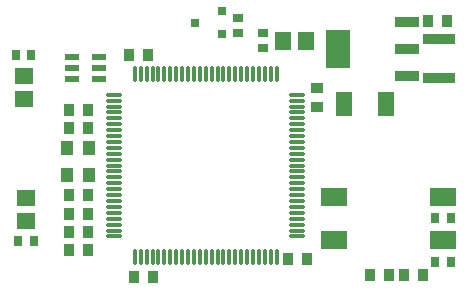
<source format=gtp>
G04*
G04 #@! TF.GenerationSoftware,Altium Limited,Altium Designer,25.1.2 (22)*
G04*
G04 Layer_Color=8421504*
%FSLAX44Y44*%
%MOMM*%
G71*
G04*
G04 #@! TF.SameCoordinates,7ED34E8D-A4F8-468C-8B7F-49A99E5286A2*
G04*
G04*
G04 #@! TF.FilePolarity,Positive*
G04*
G01*
G75*
%ADD16R,2.1500X0.9000*%
%ADD17R,2.1500X3.2500*%
%ADD18R,0.7620X0.7620*%
%ADD19R,0.9000X1.0500*%
%ADD20R,0.8000X0.9500*%
%ADD21R,2.1800X1.6000*%
%ADD22R,2.7062X0.9542*%
%ADD23R,1.4000X2.0000*%
%ADD24R,1.0500X0.9000*%
%ADD25R,0.9500X0.8000*%
%ADD26R,1.4000X1.5000*%
%ADD27O,0.3000X1.4500*%
%ADD28O,1.4500X0.3000*%
%ADD29R,1.2000X0.6000*%
%ADD30R,1.5000X1.4000*%
%ADD31R,1.0500X1.3000*%
D16*
X348501Y183750D02*
D03*
Y206750D02*
D03*
Y229750D02*
D03*
D17*
X290000Y206750D02*
D03*
D18*
X168890Y229275D02*
D03*
X191750Y219750D02*
D03*
Y238800D02*
D03*
D19*
X333000Y16000D02*
D03*
X317000D02*
D03*
X362000D02*
D03*
X346000D02*
D03*
X366250Y230250D02*
D03*
X382250D02*
D03*
X112750Y202250D02*
D03*
X128750D02*
D03*
X247750Y29250D02*
D03*
X263750D02*
D03*
X133500Y14000D02*
D03*
X117500D02*
D03*
X78000Y155500D02*
D03*
X62000D02*
D03*
X62000Y140000D02*
D03*
X78000D02*
D03*
X78000Y67500D02*
D03*
X62000D02*
D03*
X78000Y52000D02*
D03*
X62000D02*
D03*
X78000Y36750D02*
D03*
X62000D02*
D03*
X78000Y83000D02*
D03*
X62000D02*
D03*
D20*
X385500Y27000D02*
D03*
X372500D02*
D03*
X385500Y64000D02*
D03*
X372500D02*
D03*
X17250Y201500D02*
D03*
X30250D02*
D03*
X19250Y44000D02*
D03*
X32250D02*
D03*
D21*
X287000Y45000D02*
D03*
X379000D02*
D03*
X287000Y82000D02*
D03*
X379000D02*
D03*
D22*
X375250Y182750D02*
D03*
Y215250D02*
D03*
D23*
X295000Y160000D02*
D03*
X331000D02*
D03*
D24*
X272000Y157750D02*
D03*
Y173750D02*
D03*
D25*
X205000Y233250D02*
D03*
Y220250D02*
D03*
X226250Y207500D02*
D03*
Y220500D02*
D03*
D26*
X263250Y214000D02*
D03*
X243250D02*
D03*
D27*
X118000Y185500D02*
D03*
X123000D02*
D03*
X128000D02*
D03*
X133000D02*
D03*
X138000D02*
D03*
X143000D02*
D03*
X148000D02*
D03*
X153000D02*
D03*
X158000D02*
D03*
X163000D02*
D03*
X168000D02*
D03*
X173000D02*
D03*
X178000D02*
D03*
X183000D02*
D03*
X188000D02*
D03*
X193000D02*
D03*
X198000D02*
D03*
X203000D02*
D03*
X208000D02*
D03*
X213000D02*
D03*
X218000D02*
D03*
X223000D02*
D03*
X228000D02*
D03*
X233000D02*
D03*
X238000D02*
D03*
Y31000D02*
D03*
X233000D02*
D03*
X228000D02*
D03*
X223000D02*
D03*
X218000D02*
D03*
X213000D02*
D03*
X208000D02*
D03*
X203000D02*
D03*
X198000D02*
D03*
X193000D02*
D03*
X188000D02*
D03*
X183000D02*
D03*
X178000D02*
D03*
X173000D02*
D03*
X168000D02*
D03*
X163000D02*
D03*
X158000D02*
D03*
X153000D02*
D03*
X148000D02*
D03*
X143000D02*
D03*
X138000D02*
D03*
X133000D02*
D03*
X128000D02*
D03*
X123000D02*
D03*
X118000D02*
D03*
D28*
X255250Y168250D02*
D03*
Y163250D02*
D03*
Y158250D02*
D03*
Y153250D02*
D03*
Y148250D02*
D03*
Y143250D02*
D03*
Y138250D02*
D03*
Y133250D02*
D03*
Y128250D02*
D03*
Y123250D02*
D03*
Y118250D02*
D03*
Y113250D02*
D03*
Y108250D02*
D03*
Y103250D02*
D03*
Y98250D02*
D03*
Y93250D02*
D03*
Y88250D02*
D03*
Y83250D02*
D03*
Y78250D02*
D03*
Y73250D02*
D03*
Y68250D02*
D03*
Y63250D02*
D03*
Y58250D02*
D03*
Y53250D02*
D03*
Y48250D02*
D03*
X100750D02*
D03*
Y53250D02*
D03*
Y58250D02*
D03*
Y63250D02*
D03*
Y68250D02*
D03*
Y73250D02*
D03*
Y78250D02*
D03*
Y83250D02*
D03*
Y88250D02*
D03*
Y93250D02*
D03*
Y98250D02*
D03*
Y103250D02*
D03*
Y108250D02*
D03*
Y113250D02*
D03*
Y118250D02*
D03*
Y123250D02*
D03*
Y128250D02*
D03*
Y133250D02*
D03*
Y138250D02*
D03*
Y143250D02*
D03*
Y148250D02*
D03*
Y153250D02*
D03*
Y158250D02*
D03*
Y163250D02*
D03*
Y168250D02*
D03*
D29*
X87500Y200500D02*
D03*
Y191000D02*
D03*
Y181500D02*
D03*
X64500D02*
D03*
Y191000D02*
D03*
Y200500D02*
D03*
D30*
X25500Y61001D02*
D03*
Y81001D02*
D03*
X23750Y184500D02*
D03*
Y164500D02*
D03*
D31*
X79000Y100000D02*
D03*
Y123000D02*
D03*
X60500D02*
D03*
Y100000D02*
D03*
M02*

</source>
